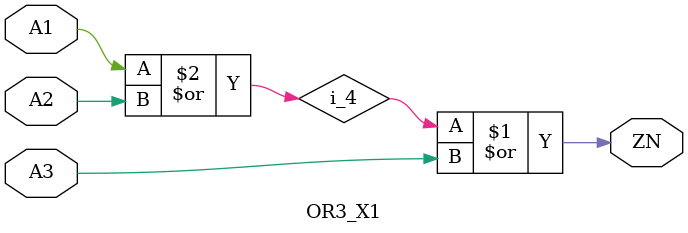
<source format=v>
module OR3_X1 (A1, A2, A3, ZN);
  input A1;
  input A2;
  input A3;
  output ZN;
  or(ZN, i_4, A3);
  or(i_4, A1, A2);
  specify
    (A1 => ZN) = (0.1, 0.1);
    (A2 => ZN) = (0.1, 0.1);
    (A3 => ZN) = (0.1, 0.1);
  endspecify
endmodule
</source>
